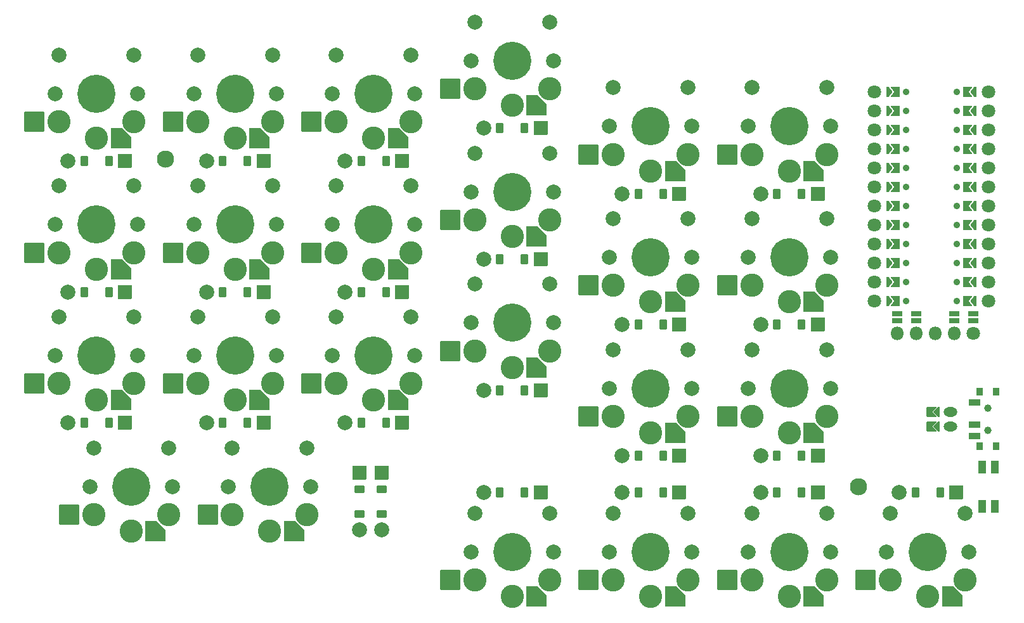
<source format=gbr>
%TF.GenerationSoftware,KiCad,Pcbnew,8.0.7*%
%TF.CreationDate,2025-01-06T08:36:51-06:00*%
%TF.ProjectId,omega_pcb_mbx_v0.3,6f6d6567-615f-4706-9362-5f6d62785f76,v1.0.0*%
%TF.SameCoordinates,Original*%
%TF.FileFunction,Soldermask,Bot*%
%TF.FilePolarity,Negative*%
%FSLAX46Y46*%
G04 Gerber Fmt 4.6, Leading zero omitted, Abs format (unit mm)*
G04 Created by KiCad (PCBNEW 8.0.7) date 2025-01-06 08:36:51*
%MOMM*%
%LPD*%
G01*
G04 APERTURE LIST*
G04 Aperture macros list*
%AMRoundRect*
0 Rectangle with rounded corners*
0 $1 Rounding radius*
0 $2 $3 $4 $5 $6 $7 $8 $9 X,Y pos of 4 corners*
0 Add a 4 corners polygon primitive as box body*
4,1,4,$2,$3,$4,$5,$6,$7,$8,$9,$2,$3,0*
0 Add four circle primitives for the rounded corners*
1,1,$1+$1,$2,$3*
1,1,$1+$1,$4,$5*
1,1,$1+$1,$6,$7*
1,1,$1+$1,$8,$9*
0 Add four rect primitives between the rounded corners*
20,1,$1+$1,$2,$3,$4,$5,0*
20,1,$1+$1,$4,$5,$6,$7,0*
20,1,$1+$1,$6,$7,$8,$9,0*
20,1,$1+$1,$8,$9,$2,$3,0*%
%AMFreePoly0*
4,1,14,1.335355,1.335355,1.350000,1.300000,1.350000,-1.300000,1.335355,-1.335355,1.300000,-1.350000,-0.117000,-1.350000,-0.152355,-1.335355,-1.335355,-0.152355,-1.350000,-0.117000,-1.350000,1.300000,-1.335355,1.335355,-1.300000,1.350000,1.300000,1.350000,1.335355,1.335355,1.335355,1.335355,$1*%
%AMFreePoly1*
4,1,16,-0.214645,0.660355,-0.210957,0.656235,0.289043,0.031235,0.299694,-0.005522,0.289043,-0.031235,-0.210957,-0.656235,-0.244478,-0.674694,-0.250000,-0.675000,-0.500000,-0.675000,-0.535355,-0.660355,-0.550000,-0.625000,-0.550000,0.625000,-0.535355,0.660355,-0.500000,0.675000,-0.250000,0.675000,-0.214645,0.660355,-0.214645,0.660355,$1*%
%AMFreePoly2*
4,1,16,0.535355,0.660355,0.550000,0.625000,0.550000,-0.625000,0.535355,-0.660355,0.500000,-0.675000,-0.650000,-0.675000,-0.685355,-0.660355,-0.700000,-0.625000,-0.689043,-0.593765,-0.214031,0.000000,-0.689043,0.593765,-0.699694,0.630522,-0.681235,0.664043,-0.650000,0.675000,0.500000,0.675000,0.535355,0.660355,0.535355,0.660355,$1*%
%AMFreePoly3*
4,1,16,0.635355,0.285355,0.650000,0.250000,0.650000,-1.000000,0.635355,-1.035355,0.600000,-1.050000,0.564645,-1.035355,0.000000,-0.470710,-0.564645,-1.035355,-0.600000,-1.050000,-0.635355,-1.035355,-0.650000,-1.000000,-0.650000,0.250000,-0.635355,0.285355,-0.600000,0.300000,0.600000,0.300000,0.635355,0.285355,0.635355,0.285355,$1*%
%AMFreePoly4*
4,1,14,0.035355,0.435355,0.635355,-0.164645,0.650000,-0.200000,0.650000,-0.400000,0.635355,-0.435355,0.600000,-0.450000,-0.600000,-0.450000,-0.635355,-0.435355,-0.650000,-0.400000,-0.650000,-0.200000,-0.635355,-0.164645,-0.035355,0.435355,0.000000,0.450000,0.035355,0.435355,0.035355,0.435355,$1*%
G04 Aperture macros list end*
%ADD10RoundRect,0.050000X0.889000X0.889000X-0.889000X0.889000X-0.889000X-0.889000X0.889000X-0.889000X0*%
%ADD11RoundRect,0.050000X0.450000X0.600000X-0.450000X0.600000X-0.450000X-0.600000X0.450000X-0.600000X0*%
%ADD12C,2.005000*%
%ADD13RoundRect,0.050000X-0.889000X0.889000X-0.889000X-0.889000X0.889000X-0.889000X0.889000X0.889000X0*%
%ADD14RoundRect,0.050000X-0.600000X0.450000X-0.600000X-0.450000X0.600000X-0.450000X0.600000X0.450000X0*%
%ADD15O,1.800000X1.800000*%
%ADD16C,1.800000*%
%ADD17RoundRect,0.050000X-0.600000X0.300000X-0.600000X-0.300000X0.600000X-0.300000X0.600000X0.300000X0*%
%ADD18C,2.300000*%
%ADD19C,2.000000*%
%ADD20C,3.100000*%
%ADD21C,5.100000*%
%ADD22FreePoly0,180.000000*%
%ADD23RoundRect,0.050000X1.300000X1.300000X-1.300000X1.300000X-1.300000X-1.300000X1.300000X-1.300000X0*%
%ADD24RoundRect,0.050000X0.500000X-0.775000X0.500000X0.775000X-0.500000X0.775000X-0.500000X-0.775000X0*%
%ADD25FreePoly1,180.000000*%
%ADD26FreePoly1,0.000000*%
%ADD27FreePoly2,0.000000*%
%ADD28C,0.900000*%
%ADD29FreePoly2,180.000000*%
%ADD30RoundRect,0.050000X-0.400000X0.500000X-0.400000X-0.500000X0.400000X-0.500000X0.400000X0.500000X0*%
%ADD31C,1.000000*%
%ADD32RoundRect,0.050000X-0.750000X0.350000X-0.750000X-0.350000X0.750000X-0.350000X0.750000X0.350000X0*%
%ADD33FreePoly3,90.000000*%
%ADD34O,1.850000X1.300000*%
%ADD35FreePoly4,90.000000*%
G04 APERTURE END LIST*
D10*
%TO.C,D4*%
X62310000Y-89000000D03*
D11*
X60150000Y-89000000D03*
X56850000Y-89000000D03*
D12*
X54690000Y-89000000D03*
%TD*%
D10*
%TO.C,D19*%
X99310000Y-98250000D03*
D11*
X97150000Y-98250000D03*
X93850000Y-98250000D03*
D12*
X91690000Y-98250000D03*
%TD*%
D10*
%TO.C,D18*%
X136310000Y-58375000D03*
D11*
X134150000Y-58375000D03*
X130850000Y-58375000D03*
D12*
X128690000Y-58375000D03*
%TD*%
D10*
%TO.C,D10*%
X99310000Y-84625000D03*
D11*
X97150000Y-84625000D03*
X93850000Y-84625000D03*
D12*
X91690000Y-84625000D03*
%TD*%
D10*
%TO.C,D8*%
X80810000Y-71500000D03*
D11*
X78650000Y-71500000D03*
X75350000Y-71500000D03*
D12*
X73190000Y-71500000D03*
%TD*%
D10*
%TO.C,D21*%
X136310000Y-98250000D03*
D11*
X134150000Y-98250000D03*
X130850000Y-98250000D03*
D12*
X128690000Y-98250000D03*
%TD*%
D10*
%TO.C,D14*%
X117810000Y-75875000D03*
D11*
X115650000Y-75875000D03*
X112350000Y-75875000D03*
D12*
X110190000Y-75875000D03*
%TD*%
D10*
%TO.C,D15*%
X117810000Y-58375000D03*
D11*
X115650000Y-58375000D03*
X112350000Y-58375000D03*
D12*
X110190000Y-58375000D03*
%TD*%
D10*
%TO.C,D1*%
X43810000Y-89000000D03*
D11*
X41650000Y-89000000D03*
X38350000Y-89000000D03*
D12*
X36190000Y-89000000D03*
%TD*%
D10*
%TO.C,D9*%
X80810000Y-54000000D03*
D11*
X78650000Y-54000000D03*
X75350000Y-54000000D03*
D12*
X73190000Y-54000000D03*
%TD*%
D10*
%TO.C,D12*%
X99310000Y-49625000D03*
D11*
X97150000Y-49625000D03*
X93850000Y-49625000D03*
D12*
X91690000Y-49625000D03*
%TD*%
D10*
%TO.C,D20*%
X117810000Y-98250000D03*
D11*
X115650000Y-98250000D03*
X112350000Y-98250000D03*
D12*
X110190000Y-98250000D03*
%TD*%
D10*
%TO.C,D16*%
X136310000Y-93375000D03*
D11*
X134150000Y-93375000D03*
X130850000Y-93375000D03*
D12*
X128690000Y-93375000D03*
%TD*%
D10*
%TO.C,D5*%
X62310000Y-71500000D03*
D11*
X60150000Y-71500000D03*
X56850000Y-71500000D03*
D12*
X54690000Y-71500000D03*
%TD*%
D10*
%TO.C,D7*%
X80810000Y-89000000D03*
D11*
X78650000Y-89000000D03*
X75350000Y-89000000D03*
D12*
X73190000Y-89000000D03*
%TD*%
D10*
%TO.C,D22*%
X154810000Y-98250000D03*
D11*
X152650000Y-98250000D03*
X149350000Y-98250000D03*
D12*
X147190000Y-98250000D03*
%TD*%
D13*
%TO.C,D24*%
X75125000Y-95690000D03*
D14*
X75125000Y-97850000D03*
X75125000Y-101150000D03*
D12*
X75125000Y-103310000D03*
%TD*%
D13*
%TO.C,D23*%
X78125000Y-95690000D03*
D14*
X78125000Y-97850000D03*
X78125000Y-101150000D03*
D12*
X78125000Y-103310000D03*
%TD*%
D10*
%TO.C,D3*%
X43810000Y-54000000D03*
D11*
X41650000Y-54000000D03*
X38350000Y-54000000D03*
D12*
X36190000Y-54000000D03*
%TD*%
D10*
%TO.C,D17*%
X136310000Y-75875000D03*
D11*
X134150000Y-75875000D03*
X130850000Y-75875000D03*
D12*
X128690000Y-75875000D03*
%TD*%
D15*
%TO.C,DISP1*%
X146920000Y-77075000D03*
X149460000Y-77075000D03*
X152000000Y-77075000D03*
X154540000Y-77075000D03*
D16*
X157080000Y-77075000D03*
D17*
X157080000Y-75325000D03*
X154540000Y-75325000D03*
X149460000Y-75325000D03*
X146920000Y-75325000D03*
X157080000Y-74425000D03*
X154540000Y-74425000D03*
X149460000Y-74425000D03*
X146920000Y-74425000D03*
%TD*%
D10*
%TO.C,D6*%
X62310000Y-54000000D03*
D11*
X60150000Y-54000000D03*
X56850000Y-54000000D03*
D12*
X54690000Y-54000000D03*
%TD*%
D10*
%TO.C,D13*%
X117810000Y-93375000D03*
D11*
X115650000Y-93375000D03*
X112350000Y-93375000D03*
D12*
X110190000Y-93375000D03*
%TD*%
D10*
%TO.C,D2*%
X43810000Y-71500000D03*
D11*
X41650000Y-71500000D03*
X38350000Y-71500000D03*
D12*
X36190000Y-71500000D03*
%TD*%
D18*
%TO.C,MH1*%
X49250000Y-53750000D03*
%TD*%
D10*
%TO.C,D11*%
X99310000Y-67125000D03*
D11*
X97150000Y-67125000D03*
X93850000Y-67125000D03*
D12*
X91690000Y-67125000D03*
%TD*%
D18*
%TO.C,MH2*%
X141750000Y-97500000D03*
%TD*%
D19*
%TO.C,S7*%
X82500000Y-80000000D03*
D20*
X82000000Y-83750000D03*
D19*
X82000000Y-74850000D03*
D20*
X77000000Y-85950000D03*
D21*
X77000000Y-80000000D03*
D20*
X72000000Y-83750000D03*
D19*
X72000000Y-74850000D03*
X71500000Y-80000000D03*
D22*
X80275000Y-85950000D03*
D23*
X68725000Y-83750000D03*
%TD*%
D19*
%TO.C,S14*%
X119500000Y-66875000D03*
D20*
X119000000Y-70625000D03*
D19*
X119000000Y-61725000D03*
D20*
X114000000Y-72825000D03*
D21*
X114000000Y-66875000D03*
D20*
X109000000Y-70625000D03*
D19*
X109000000Y-61725000D03*
X108500000Y-66875000D03*
D22*
X117275000Y-72825000D03*
D23*
X105725000Y-70625000D03*
%TD*%
D24*
%TO.C,RST1*%
X160000000Y-94875000D03*
X158300000Y-94875000D03*
X160000000Y-100125000D03*
X158300000Y-100125000D03*
%TD*%
D19*
%TO.C,S4*%
X64000000Y-80000000D03*
D20*
X63500000Y-83750000D03*
D19*
X63500000Y-74850000D03*
D20*
X58500000Y-85950000D03*
D21*
X58500000Y-80000000D03*
D20*
X53500000Y-83750000D03*
D19*
X53500000Y-74850000D03*
X53000000Y-80000000D03*
D22*
X61775000Y-85950000D03*
D23*
X50225000Y-83750000D03*
%TD*%
D19*
%TO.C,S13*%
X119500000Y-84375000D03*
D20*
X119000000Y-88125000D03*
D19*
X119000000Y-79225000D03*
D20*
X114000000Y-90325000D03*
D21*
X114000000Y-84375000D03*
D20*
X109000000Y-88125000D03*
D19*
X109000000Y-79225000D03*
X108500000Y-84375000D03*
D22*
X117275000Y-90325000D03*
D23*
X105725000Y-88125000D03*
%TD*%
D19*
%TO.C,S6*%
X64000000Y-45000000D03*
D20*
X63500000Y-48750000D03*
D19*
X63500000Y-39850000D03*
D20*
X58500000Y-50950000D03*
D21*
X58500000Y-45000000D03*
D20*
X53500000Y-48750000D03*
D19*
X53500000Y-39850000D03*
X53000000Y-45000000D03*
D22*
X61775000Y-50950000D03*
D23*
X50225000Y-48750000D03*
%TD*%
D25*
%TO.C,MCU1*%
X157000000Y-44775000D03*
D16*
X159120000Y-44775000D03*
D25*
X157000000Y-47315000D03*
D16*
X159120000Y-47315000D03*
D25*
X157000000Y-49855000D03*
D16*
X159120000Y-49855000D03*
D25*
X157000000Y-52395000D03*
D16*
X159120000Y-52395000D03*
D25*
X157000000Y-54935000D03*
D16*
X159120000Y-54935000D03*
D25*
X157000000Y-57475000D03*
D16*
X159120000Y-57475000D03*
D25*
X157000000Y-60015000D03*
D16*
X159120000Y-60015000D03*
D25*
X157000000Y-62555000D03*
D16*
X159120000Y-62555000D03*
D25*
X157000000Y-65095000D03*
D16*
X159120000Y-65095000D03*
D25*
X157000000Y-67635000D03*
D16*
X159120000Y-67635000D03*
D25*
X157000000Y-70175000D03*
D16*
X159120000Y-70175000D03*
D25*
X157000000Y-72715000D03*
D16*
X159120000Y-72715000D03*
X143880000Y-72715000D03*
D26*
X146000000Y-72715000D03*
D16*
X143880000Y-70175000D03*
D26*
X146000000Y-70175000D03*
D16*
X143880000Y-67635000D03*
D26*
X146000000Y-67635000D03*
D16*
X143880000Y-65095000D03*
D26*
X146000000Y-65095000D03*
D16*
X143880000Y-62555000D03*
D26*
X146000000Y-62555000D03*
D16*
X143880000Y-60015000D03*
D26*
X146000000Y-60015000D03*
D16*
X143880000Y-57475000D03*
D26*
X146000000Y-57475000D03*
D16*
X143880000Y-54935000D03*
D26*
X146000000Y-54935000D03*
D16*
X143880000Y-52395000D03*
D26*
X146000000Y-52395000D03*
D16*
X143880000Y-49855000D03*
D26*
X146000000Y-49855000D03*
D16*
X143880000Y-47315000D03*
D26*
X146000000Y-47315000D03*
D16*
X143880000Y-44775000D03*
D26*
X146000000Y-44775000D03*
D27*
X146725000Y-44775000D03*
D28*
X154900000Y-44775000D03*
D27*
X146725000Y-47315000D03*
D28*
X154900000Y-47315000D03*
D27*
X146725000Y-49855000D03*
D28*
X154900000Y-49855000D03*
D27*
X146725000Y-52395000D03*
D28*
X154900000Y-52395000D03*
D27*
X146725000Y-54935000D03*
D28*
X154900000Y-54935000D03*
D27*
X146725000Y-57475000D03*
D28*
X154900000Y-57475000D03*
D27*
X146725000Y-60015000D03*
D28*
X154900000Y-60015000D03*
D27*
X146725000Y-62555000D03*
D28*
X154900000Y-62555000D03*
D27*
X146725000Y-65095000D03*
D28*
X154900000Y-65095000D03*
D27*
X146725000Y-67635000D03*
D28*
X154900000Y-67635000D03*
D27*
X146725000Y-70175000D03*
D28*
X154900000Y-70175000D03*
D27*
X146725000Y-72715000D03*
D28*
X154900000Y-72715000D03*
X148100000Y-72715000D03*
D29*
X156275000Y-72715000D03*
D28*
X148100000Y-70175000D03*
D29*
X156275000Y-70175000D03*
D28*
X148100000Y-67635000D03*
D29*
X156275000Y-67635000D03*
D28*
X148100000Y-65095000D03*
D29*
X156275000Y-65095000D03*
D28*
X148100000Y-62555000D03*
D29*
X156275000Y-62555000D03*
D28*
X148100000Y-60015000D03*
D29*
X156275000Y-60015000D03*
D28*
X148100000Y-57475000D03*
D29*
X156275000Y-57475000D03*
D28*
X148100000Y-54935000D03*
D29*
X156275000Y-54935000D03*
D28*
X148100000Y-52395000D03*
D29*
X156275000Y-52395000D03*
D28*
X148100000Y-49855000D03*
D29*
X156275000Y-49855000D03*
D28*
X148100000Y-47315000D03*
D29*
X156275000Y-47315000D03*
D28*
X148100000Y-44775000D03*
D29*
X156275000Y-44775000D03*
%TD*%
D19*
%TO.C,S21*%
X101000000Y-106250000D03*
D20*
X100500000Y-110000000D03*
D19*
X100500000Y-101100000D03*
D20*
X95500000Y-112200000D03*
D21*
X95500000Y-106250000D03*
D20*
X90500000Y-110000000D03*
D19*
X90500000Y-101100000D03*
X90000000Y-106250000D03*
D22*
X98775000Y-112200000D03*
D23*
X87225000Y-110000000D03*
%TD*%
D19*
%TO.C,S8*%
X82500000Y-62500000D03*
D20*
X82000000Y-66250000D03*
D19*
X82000000Y-57350000D03*
D20*
X77000000Y-68450000D03*
D21*
X77000000Y-62500000D03*
D20*
X72000000Y-66250000D03*
D19*
X72000000Y-57350000D03*
X71500000Y-62500000D03*
D22*
X80275000Y-68450000D03*
D23*
X68725000Y-66250000D03*
%TD*%
D19*
%TO.C,S16*%
X138000000Y-84375000D03*
D20*
X137500000Y-88125000D03*
D19*
X137500000Y-79225000D03*
D20*
X132500000Y-90325000D03*
D21*
X132500000Y-84375000D03*
D20*
X127500000Y-88125000D03*
D19*
X127500000Y-79225000D03*
X127000000Y-84375000D03*
D22*
X135775000Y-90325000D03*
D23*
X124225000Y-88125000D03*
%TD*%
D19*
%TO.C,S9*%
X82500000Y-45000000D03*
D20*
X82000000Y-48750000D03*
D19*
X82000000Y-39850000D03*
D20*
X77000000Y-50950000D03*
D21*
X77000000Y-45000000D03*
D20*
X72000000Y-48750000D03*
D19*
X72000000Y-39850000D03*
X71500000Y-45000000D03*
D22*
X80275000Y-50950000D03*
D23*
X68725000Y-48750000D03*
%TD*%
D19*
%TO.C,S18*%
X138000000Y-49375000D03*
D20*
X137500000Y-53125000D03*
D19*
X137500000Y-44225000D03*
D20*
X132500000Y-55325000D03*
D21*
X132500000Y-49375000D03*
D20*
X127500000Y-53125000D03*
D19*
X127500000Y-44225000D03*
X127000000Y-49375000D03*
D22*
X135775000Y-55325000D03*
D23*
X124225000Y-53125000D03*
%TD*%
D19*
%TO.C,S20*%
X68625000Y-97500000D03*
D20*
X68125000Y-101250000D03*
D19*
X68125000Y-92350000D03*
D20*
X63125000Y-103450000D03*
D21*
X63125000Y-97500000D03*
D20*
X58125000Y-101250000D03*
D19*
X58125000Y-92350000D03*
X57625000Y-97500000D03*
D22*
X66400000Y-103450000D03*
D23*
X54850000Y-101250000D03*
%TD*%
D19*
%TO.C,S11*%
X101000000Y-58125000D03*
D20*
X100500000Y-61875000D03*
D19*
X100500000Y-52975000D03*
D20*
X95500000Y-64075000D03*
D21*
X95500000Y-58125000D03*
D20*
X90500000Y-61875000D03*
D19*
X90500000Y-52975000D03*
X90000000Y-58125000D03*
D22*
X98775000Y-64075000D03*
D23*
X87225000Y-61875000D03*
%TD*%
D19*
%TO.C,S3*%
X45500000Y-45000000D03*
D20*
X45000000Y-48750000D03*
D19*
X45000000Y-39850000D03*
D20*
X40000000Y-50950000D03*
D21*
X40000000Y-45000000D03*
D20*
X35000000Y-48750000D03*
D19*
X35000000Y-39850000D03*
X34500000Y-45000000D03*
D22*
X43275000Y-50950000D03*
D23*
X31725000Y-48750000D03*
%TD*%
D19*
%TO.C,S15*%
X119500000Y-49375000D03*
D20*
X119000000Y-53125000D03*
D19*
X119000000Y-44225000D03*
D20*
X114000000Y-55325000D03*
D21*
X114000000Y-49375000D03*
D20*
X109000000Y-53125000D03*
D19*
X109000000Y-44225000D03*
X108500000Y-49375000D03*
D22*
X117275000Y-55325000D03*
D23*
X105725000Y-53125000D03*
%TD*%
D19*
%TO.C,S1*%
X45500000Y-80000000D03*
D20*
X45000000Y-83750000D03*
D19*
X45000000Y-74850000D03*
D20*
X40000000Y-85950000D03*
D21*
X40000000Y-80000000D03*
D20*
X35000000Y-83750000D03*
D19*
X35000000Y-74850000D03*
X34500000Y-80000000D03*
D22*
X43275000Y-85950000D03*
D23*
X31725000Y-83750000D03*
%TD*%
D19*
%TO.C,S2*%
X45500000Y-62500000D03*
D20*
X45000000Y-66250000D03*
D19*
X45000000Y-57350000D03*
D20*
X40000000Y-68450000D03*
D21*
X40000000Y-62500000D03*
D20*
X35000000Y-66250000D03*
D19*
X35000000Y-57350000D03*
X34500000Y-62500000D03*
D22*
X43275000Y-68450000D03*
D23*
X31725000Y-66250000D03*
%TD*%
D19*
%TO.C,S24*%
X156500000Y-106250000D03*
D20*
X156000000Y-110000000D03*
D19*
X156000000Y-101100000D03*
D20*
X151000000Y-112200000D03*
D21*
X151000000Y-106250000D03*
D20*
X146000000Y-110000000D03*
D19*
X146000000Y-101100000D03*
X145500000Y-106250000D03*
D22*
X154275000Y-112200000D03*
D23*
X142725000Y-110000000D03*
%TD*%
D19*
%TO.C,S10*%
X101000000Y-75625000D03*
D20*
X100500000Y-79375000D03*
D19*
X100500000Y-70475000D03*
D20*
X95500000Y-81575000D03*
D21*
X95500000Y-75625000D03*
D20*
X90500000Y-79375000D03*
D19*
X90500000Y-70475000D03*
X90000000Y-75625000D03*
D22*
X98775000Y-81575000D03*
D23*
X87225000Y-79375000D03*
%TD*%
D19*
%TO.C,S19*%
X50125000Y-97500000D03*
D20*
X49625000Y-101250000D03*
D19*
X49625000Y-92350000D03*
D20*
X44625000Y-103450000D03*
D21*
X44625000Y-97500000D03*
D20*
X39625000Y-101250000D03*
D19*
X39625000Y-92350000D03*
X39125000Y-97500000D03*
D22*
X47900000Y-103450000D03*
D23*
X36350000Y-101250000D03*
%TD*%
D19*
%TO.C,S17*%
X138000000Y-66875000D03*
D20*
X137500000Y-70625000D03*
D19*
X137500000Y-61725000D03*
D20*
X132500000Y-72825000D03*
D21*
X132500000Y-66875000D03*
D20*
X127500000Y-70625000D03*
D19*
X127500000Y-61725000D03*
X127000000Y-66875000D03*
D22*
X135775000Y-72825000D03*
D23*
X124225000Y-70625000D03*
%TD*%
D30*
%TO.C,PWR1*%
X157915000Y-84850000D03*
X157915000Y-92150000D03*
D31*
X159025000Y-87000000D03*
X159025000Y-90000000D03*
D30*
X160125000Y-84850000D03*
X160125000Y-92150000D03*
D32*
X157265000Y-86250000D03*
X157265000Y-89250000D03*
X157265000Y-90750000D03*
%TD*%
D19*
%TO.C,S23*%
X138000000Y-106250000D03*
D20*
X137500000Y-110000000D03*
D19*
X137500000Y-101100000D03*
D20*
X132500000Y-112200000D03*
D21*
X132500000Y-106250000D03*
D20*
X127500000Y-110000000D03*
D19*
X127500000Y-101100000D03*
X127000000Y-106250000D03*
D22*
X135775000Y-112200000D03*
D23*
X124225000Y-110000000D03*
%TD*%
D19*
%TO.C,S22*%
X119500000Y-106250000D03*
D20*
X119000000Y-110000000D03*
D19*
X119000000Y-101100000D03*
D20*
X114000000Y-112200000D03*
D21*
X114000000Y-106250000D03*
D20*
X109000000Y-110000000D03*
D19*
X109000000Y-101100000D03*
X108500000Y-106250000D03*
D22*
X117275000Y-112200000D03*
D23*
X105725000Y-110000000D03*
%TD*%
D33*
%TO.C,JST1*%
X151184000Y-89500000D03*
X151184000Y-87500000D03*
D34*
X154000000Y-87500000D03*
X154000000Y-89500000D03*
D35*
X152200000Y-87500000D03*
X152200000Y-89500000D03*
%TD*%
D19*
%TO.C,S12*%
X101000000Y-40625000D03*
D20*
X100500000Y-44375000D03*
D19*
X100500000Y-35475000D03*
D20*
X95500000Y-46575000D03*
D21*
X95500000Y-40625000D03*
D20*
X90500000Y-44375000D03*
D19*
X90500000Y-35475000D03*
X90000000Y-40625000D03*
D22*
X98775000Y-46575000D03*
D23*
X87225000Y-44375000D03*
%TD*%
D19*
%TO.C,S5*%
X64000000Y-62500000D03*
D20*
X63500000Y-66250000D03*
D19*
X63500000Y-57350000D03*
D20*
X58500000Y-68450000D03*
D21*
X58500000Y-62500000D03*
D20*
X53500000Y-66250000D03*
D19*
X53500000Y-57350000D03*
X53000000Y-62500000D03*
D22*
X61775000Y-68450000D03*
D23*
X50225000Y-66250000D03*
%TD*%
M02*

</source>
